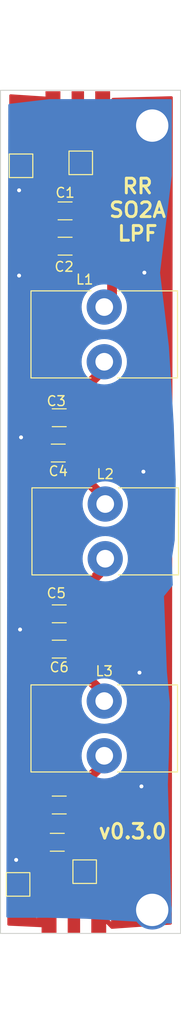
<source format=kicad_pcb>
(kicad_pcb (version 20221018) (generator pcbnew)
  (title_block (title "LPF board") (date "2023-05-08") (rev "1"))
  (layers (0 "F.Cu" signal) (31 "B.Cu" signal) (34 "B.Paste" user) (35 "F.Paste" user) (36 "B.SilkS" user "B.Silkscreen") (37 "F.SilkS" user "F.Silkscreen") (38 "B.Mask" user) (39 "F.Mask" user) (44 "Edge.Cuts" user))
  (net 0 "")
  (net 1 "GND")
  (net 2 "Net-(C3-Pad1)")
  (net 3 "Net-(C5-Pad1)")
  (net 4 "Net-(C7-Pad1)")
  (footprint "TestPoint:TestPoint_Pad_2.0x2.0mm" (layer "F.Cu") (at 56.6 74.1)
    (fp_text reference "REF**" hide)
    (fp_text value "TestPoint_Pad_2.0x2.0mm" hide)
    (fp_line (start -1.2 -1.2) (end 1.2 -1.2) (stroke (width 0.12)) (layer "F.SilkS"))
    (fp_line (start -1.2 1.2) (end -1.2 -1.2) (stroke (width 0.12)) (layer "F.SilkS"))
    (fp_line (start 1.2 -1.2) (end 1.2 1.2) (stroke (width 0.12)) (layer "F.SilkS"))
    (fp_line (start 1.2 1.2) (end -1.2 1.2) (stroke (width 0.12)) (layer "F.SilkS"))
    (pad "1" smd rect (at 0 0) (size 2 2) (layers "F.Cu" "F.Mask") (net 1 "GND"))
  )
  (footprint "Inductor_THT:L_Toroid_Vertical_L14.7mm_W8.6mm_P5.58mm_Pulse_KM-1" (layer "F.Cu") (at 65.1 88.51)
    (fp_text reference "L1" (at -2 -2.81) (layer "F.SilkS"))
    (fp_text value "INDUCTOR" hide)
    (fp_line (start -7.485 -1.65) (end -7.485 7.23) (stroke (width 0.12)) (layer "F.SilkS"))
    (fp_line (start -7.485 -1.65) (end -1.365 -1.65) (stroke (width 0.12)) (layer "F.SilkS"))
    (fp_line (start -7.485 7.23) (end -1.365 7.23) (stroke (width 0.12)) (layer "F.SilkS"))
    (fp_line (start 1.365 -1.65) (end 7.485 -1.65) (stroke (width 0.12)) (layer "F.SilkS"))
    (fp_line (start 1.365 7.23) (end 7.485 7.23) (stroke (width 0.12)) (layer "F.SilkS"))
    (fp_line (start 7.485 -1.65) (end 7.485 7.23) (stroke (width 0.12)) (layer "F.SilkS"))
    (pad "1" thru_hole circle (at 0 0) (size 3.6 3.6) (drill 1.8) (layers "*.Cu" "*.Mask") (net 2 "Net-(C3-Pad1)"))
    (pad "2" thru_hole circle (at 0 5.58) (size 3.6 3.6) (drill 1.8) (layers "*.Cu" "*.Mask") (net 2 "Net-(C3-Pad1)"))
  )
  (footprint "Capacitor_SMD:C_1206_3216Metric" (layer "F.Cu") (at 60.5 123.4 180)
    (fp_text reference "C6" (at 0 -1.85) (layer "F.SilkS"))
    (fp_text value "C" hide)
    (fp_line (start -0.711252 -0.91) (end 0.711252 -0.91) (stroke (width 0.12)) (layer "F.SilkS"))
    (fp_line (start -0.711252 0.91) (end 0.711252 0.91) (stroke (width 0.12)) (layer "F.SilkS"))
    (pad "1" smd roundrect (at -1.475 0 180) (size 1.15 1.8) (layers "F.Cu" "F.Paste" "F.Mask") (roundrect_rratio 0.2173913043) (net 3 "Net-(C5-Pad1)"))
    (pad "2" smd roundrect (at 1.475 0 180) (size 1.15 1.8) (layers "F.Cu" "F.Paste" "F.Mask") (roundrect_rratio 0.2173913043) (net 1 "GND"))
  )
  (footprint "Capacitor_SMD:C_1206_3216Metric" (layer "F.Cu") (at 61.1 82.3)
    (fp_text reference "C2" (at -0.1 2.1) (layer "F.SilkS"))
    (fp_text value "C" hide)
    (fp_line (start -0.711252 -0.91) (end 0.711252 -0.91) (stroke (width 0.12)) (layer "F.SilkS"))
    (fp_line (start -0.711252 0.91) (end 0.711252 0.91) (stroke (width 0.12)) (layer "F.SilkS"))
    (pad "1" smd roundrect (at -1.475 0) (size 1.15 1.8) (layers "F.Cu" "F.Paste" "F.Mask") (roundrect_rratio 0.2173913043) (net 1 "GND"))
    (pad "2" smd roundrect (at 1.475 0) (size 1.15 1.8) (layers "F.Cu" "F.Paste" "F.Mask") (roundrect_rratio 0.2173913043) (net 2 "Net-(C3-Pad1)"))
  )
  (footprint "Capacitor_SMD:C_1206_3216Metric" (layer "F.Cu") (at 60.5 119.8 180)
    (fp_text reference "C5" (at 0.3 2.1) (layer "F.SilkS"))
    (fp_text value "C" hide)
    (fp_line (start -0.711252 -0.91) (end 0.711252 -0.91) (stroke (width 0.12)) (layer "F.SilkS"))
    (fp_line (start -0.711252 0.91) (end 0.711252 0.91) (stroke (width 0.12)) (layer "F.SilkS"))
    (pad "1" smd roundrect (at -1.475 0 180) (size 1.15 1.8) (layers "F.Cu" "F.Paste" "F.Mask") (roundrect_rratio 0.2173913043) (net 3 "Net-(C5-Pad1)"))
    (pad "2" smd roundrect (at 1.475 0 180) (size 1.15 1.8) (layers "F.Cu" "F.Paste" "F.Mask") (roundrect_rratio 0.2173913043) (net 1 "GND"))
  )
  (footprint "LocalGlobal:SMA_EDGELAUNCH_Modded" (layer "F.Cu") (at 62.4 66.5 -90)
    (fp_text reference "SMA1" hide)
    (fp_text value "SMA")
    (pad "1" smd rect (at 2.032 0) (size 1.27 4.064) (layers "F.Cu" "F.Mask") (net 2 "Net-(C3-Pad1)"))
    (pad "2" smd rect (at 2.032 -2.54) (size 1.524 4.064) (layers "F.Cu" "F.Mask") (net 1 "GND"))
    (pad "2" smd rect (at 2.032 2.54) (size 1.524 4.064) (layers "F.Cu" "F.Mask") (net 1 "GND"))
  )
  (footprint "Inductor_THT:L_Toroid_Vertical_L14.7mm_W8.6mm_P5.58mm_Pulse_KM-1" (layer "F.Cu") (at 65.2 108.6)
    (fp_text reference "L2" (at 0 -3.05) (layer "F.SilkS"))
    (fp_text value "INDUCTOR" hide)
    (fp_line (start -7.485 -1.65) (end -7.485 7.23) (stroke (width 0.12)) (layer "F.SilkS"))
    (fp_line (start -7.485 -1.65) (end -1.365 -1.65) (stroke (width 0.12)) (layer "F.SilkS"))
    (fp_line (start -7.485 7.23) (end -1.365 7.23) (stroke (width 0.12)) (layer "F.SilkS"))
    (fp_line (start 1.365 -1.65) (end 7.485 -1.65) (stroke (width 0.12)) (layer "F.SilkS"))
    (fp_line (start 1.365 7.23) (end 7.485 7.23) (stroke (width 0.12)) (layer "F.SilkS"))
    (fp_line (start 7.485 -1.65) (end 7.485 7.23) (stroke (width 0.12)) (layer "F.SilkS"))
    (pad "1" thru_hole circle (at 0 0) (size 3.6 3.6) (drill 1.8) (layers "*.Cu" "*.Mask") (net 2 "Net-(C3-Pad1)"))
    (pad "2" thru_hole circle (at 0 5.58) (size 3.6 3.6) (drill 1.8) (layers "*.Cu" "*.Mask") (net 3 "Net-(C5-Pad1)"))
  )
  (footprint "Capacitor_SMD:C_1206_3216Metric" (layer "F.Cu") (at 60.3 143.1 180)
    (fp_text reference "C8" hide)
    (fp_text value "C" hide)
    (fp_line (start -0.711252 -0.91) (end 0.711252 -0.91) (stroke (width 0.12)) (layer "F.SilkS"))
    (fp_line (start -0.711252 0.91) (end 0.711252 0.91) (stroke (width 0.12)) (layer "F.SilkS"))
    (pad "1" smd roundrect (at -1.475 0 180) (size 1.15 1.8) (layers "F.Cu" "F.Paste" "F.Mask") (roundrect_rratio 0.2173913043) (net 4 "Net-(C7-Pad1)"))
    (pad "2" smd roundrect (at 1.475 0 180) (size 1.15 1.8) (layers "F.Cu" "F.Paste" "F.Mask") (roundrect_rratio 0.2173913043) (net 1 "GND"))
  )
  (footprint "LocalGlobal:SMA_EDGELAUNCH_Modded" (layer "F.Cu") (at 62 152.332 90)
    (fp_text reference "SMA1" hide)
    (fp_text value "SMA")
    (pad "1" smd rect (at 2.032 0 180) (size 1.27 4.064) (layers "F.Cu" "F.Mask") (net 4 "Net-(C7-Pad1)"))
    (pad "2" smd rect (at 2.032 -2.54 180) (size 1.524 4.064) (layers "F.Cu" "F.Mask") (net 1 "GND"))
    (pad "2" smd rect (at 2.032 2.54 180) (size 1.524 4.064) (layers "F.Cu" "F.Mask") (net 1 "GND"))
  )
  (footprint "Capacitor_SMD:C_1206_3216Metric" (layer "F.Cu") (at 60.5 99.8 180)
    (fp_text reference "C3" (at 0.3 1.7) (layer "F.SilkS"))
    (fp_text value "C" hide)
    (fp_line (start -0.711252 -0.91) (end 0.711252 -0.91) (stroke (width 0.12)) (layer "F.SilkS"))
    (fp_line (start -0.711252 0.91) (end 0.711252 0.91) (stroke (width 0.12)) (layer "F.SilkS"))
    (pad "1" smd roundrect (at -1.475 0 180) (size 1.15 1.8) (layers "F.Cu" "F.Paste" "F.Mask") (roundrect_rratio 0.2173913043) (net 2 "Net-(C3-Pad1)"))
    (pad "2" smd roundrect (at 1.475 0 180) (size 1.15 1.8) (layers "F.Cu" "F.Paste" "F.Mask") (roundrect_rratio 0.2173913043) (net 1 "GND"))
  )
  (footprint "Capacitor_SMD:C_1206_3216Metric" (layer "F.Cu") (at 60.5 139.3 180)
    (fp_text reference "C7" hide)
    (fp_text value "C" hide)
    (fp_line (start -0.711252 -0.91) (end 0.711252 -0.91) (stroke (width 0.12)) (layer "F.SilkS"))
    (fp_line (start -0.711252 0.91) (end 0.711252 0.91) (stroke (width 0.12)) (layer "F.SilkS"))
    (pad "1" smd roundrect (at -1.475 0 180) (size 1.15 1.8) (layers "F.Cu" "F.Paste" "F.Mask") (roundrect_rratio 0.2173913043) (net 4 "Net-(C7-Pad1)"))
    (pad "2" smd roundrect (at 1.475 0 180) (size 1.15 1.8) (layers "F.Cu" "F.Paste" "F.Mask") (roundrect_rratio 0.2173913043) (net 1 "GND"))
  )
  (footprint "Capacitor_SMD:C_1206_3216Metric" (layer "F.Cu") (at 60.4 103.4 180)
    (fp_text reference "C4" (at 0 -1.85) (layer "F.SilkS"))
    (fp_text value "C" hide)
    (fp_line (start -0.711252 -0.91) (end 0.711252 -0.91) (stroke (width 0.12)) (layer "F.SilkS"))
    (fp_line (start -0.711252 0.91) (end 0.711252 0.91) (stroke (width 0.12)) (layer "F.SilkS"))
    (pad "1" smd roundrect (at -1.475 0 180) (size 1.15 1.8) (layers "F.Cu" "F.Paste" "F.Mask") (roundrect_rratio 0.2173913043) (net 2 "Net-(C3-Pad1)"))
    (pad "2" smd roundrect (at 1.475 0 180) (size 1.15 1.8) (layers "F.Cu" "F.Paste" "F.Mask") (roundrect_rratio 0.2173913043) (net 1 "GND"))
  )
  (footprint "TestPoint:TestPoint_Pad_2.0x2.0mm" (layer "F.Cu") (at 63.1 146.1)
    (fp_text reference "REF**" hide)
    (fp_text value "TestPoint_Pad_2.0x2.0mm" hide)
    (fp_line (start -1.2 -1.2) (end 1.2 -1.2) (stroke (width 0.12)) (layer "F.SilkS"))
    (fp_line (start -1.2 1.2) (end -1.2 -1.2) (stroke (width 0.12)) (layer "F.SilkS"))
    (fp_line (start 1.2 -1.2) (end 1.2 1.2) (stroke (width 0.12)) (layer "F.SilkS"))
    (fp_line (start 1.2 1.2) (end -1.2 1.2) (stroke (width 0.12)) (layer "F.SilkS"))
    (pad "1" smd rect (at 0 0) (size 2 2) (layers "F.Cu" "F.Mask") (net 4 "Net-(C7-Pad1)"))
  )
  (footprint "Capacitor_SMD:C_1206_3216Metric" (layer "F.Cu") (at 61.1 78.7)
    (fp_text reference "C1" (at 0 -1.85) (layer "F.SilkS"))
    (fp_text value "C" hide)
    (fp_line (start -0.711252 -0.91) (end 0.711252 -0.91) (stroke (width 0.12)) (layer "F.SilkS"))
    (fp_line (start -0.711252 0.91) (end 0.711252 0.91) (stroke (width 0.12)) (layer "F.SilkS"))
    (pad "1" smd roundrect (at -1.475 0) (size 1.15 1.8) (layers "F.Cu" "F.Paste" "F.Mask") (roundrect_rratio 0.2173913043) (net 1 "GND"))
    (pad "2" smd roundrect (at 1.475 0) (size 1.15 1.8) (layers "F.Cu" "F.Paste" "F.Mask") (roundrect_rratio 0.2173913043) (net 2 "Net-(C3-Pad1)"))
  )
  (footprint "TestPoint:TestPoint_Pad_2.0x2.0mm" (layer "F.Cu") (at 56.3 147.4)
    (fp_text reference "REF**" hide)
    (fp_text value "TestPoint_Pad_2.0x2.0mm" hide)
    (fp_line (start -1.2 -1.2) (end 1.2 -1.2) (stroke (width 0.12)) (layer "F.SilkS"))
    (fp_line (start -1.2 1.2) (end -1.2 -1.2) (stroke (width 0.12)) (layer "F.SilkS"))
    (fp_line (start 1.2 -1.2) (end 1.2 1.2) (stroke (width 0.12)) (layer "F.SilkS"))
    (fp_line (start 1.2 1.2) (end -1.2 1.2) (stroke (width 0.12)) (layer "F.SilkS"))
    (pad "1" smd rect (at 0 0) (size 2 2) (layers "F.Cu" "F.Mask") (net 1 "GND"))
  )
  (footprint "TestPoint:TestPoint_Pad_2.0x2.0mm" (layer "F.Cu") (at 62.7 73.8)
    (fp_text reference "REF**" hide)
    (fp_text value "TestPoint_Pad_2.0x2.0mm" hide)
    (fp_line (start -1.2 -1.2) (end 1.2 -1.2) (stroke (width 0.12)) (layer "F.SilkS"))
    (fp_line (start -1.2 1.2) (end -1.2 -1.2) (stroke (width 0.12)) (layer "F.SilkS"))
    (fp_line (start 1.2 -1.2) (end 1.2 1.2) (stroke (width 0.12)) (layer "F.SilkS"))
    (fp_line (start 1.2 1.2) (end -1.2 1.2) (stroke (width 0.12)) (layer "F.SilkS"))
    (pad "1" smd rect (at 0 0) (size 2 2) (layers "F.Cu" "F.Mask") (net 2 "Net-(C3-Pad1)"))
  )
  (footprint "Inductor_THT:L_Toroid_Vertical_L14.7mm_W8.6mm_P5.58mm_Pulse_KM-1" (layer "F.Cu") (at 65.1 128.7)
    (fp_text reference "L3" (at 0 -3.05) (layer "F.SilkS"))
    (fp_text value "INDUCTOR" hide)
    (fp_line (start -7.485 -1.65) (end -7.485 7.23) (stroke (width 0.12)) (layer "F.SilkS"))
    (fp_line (start -7.485 -1.65) (end -1.365 -1.65) (stroke (width 0.12)) (layer "F.SilkS"))
    (fp_line (start -7.485 7.23) (end -1.365 7.23) (stroke (width 0.12)) (layer "F.SilkS"))
    (fp_line (start 1.365 -1.65) (end 7.485 -1.65) (stroke (width 0.12)) (layer "F.SilkS"))
    (fp_line (start 1.365 7.23) (end 7.485 7.23) (stroke (width 0.12)) (layer "F.SilkS"))
    (fp_line (start 7.485 -1.65) (end 7.485 7.23) (stroke (width 0.12)) (layer "F.SilkS"))
    (pad "1" thru_hole circle (at 0 0) (size 3.6 3.6) (drill 1.8) (layers "*.Cu" "*.Mask") (net 3 "Net-(C5-Pad1)"))
    (pad "2" thru_hole circle (at 0 5.58) (size 3.6 3.6) (drill 1.8) (layers "*.Cu" "*.Mask") (net 4 "Net-(C7-Pad1)"))
  )
  (gr_rect (start 54.5 66.4) (end 72.9 152.4) (stroke (width 0.1)) (fill none) (layer "Edge.Cuts"))
  (gr_text "v0.3.0" (at 68 142) (layer "F.SilkS") (effects (font (size 1.5 1.5) (thickness 0.3))))
  (gr_text "RR\nSO2A\nLPF" (at 68.5 78.6) (layer "F.SilkS") (effects (font (size 1.5 1.5) (thickness 0.3))))
  (via (at 69.1 105.3) (size 0.8) (drill 0.4) (layers "F.Cu" "B.Cu") (net 1))
  (via (at 56.1 144.9) (size 0.8) (drill 0.4) (layers "F.Cu" "B.Cu") (net 1))
  (via (at 56.4 76.6) (size 0.8) (drill 0.4) (layers "F.Cu" "B.Cu") (net 1))
  (via (at 70 70) (size 4) (drill 3.3) (layers "F.Cu" "B.Cu") (net 1))
  (via (at 56.4 85.3) (size 0.8) (drill 0.4) (layers "F.Cu" "B.Cu") (net 1))
  (via (at 68.9 137.4) (size 0.8) (drill 0.4) (layers "F.Cu" "B.Cu") (net 1))
  (via (at 68.7 125.8) (size 0.8) (drill 0.4) (layers "F.Cu" "B.Cu") (net 1))
  (via (at 70 150) (size 4) (drill 3.3) (layers "F.Cu" "B.Cu") (net 1))
  (via (at 56.5 121.4) (size 0.8) (drill 0.4) (layers "F.Cu" "B.Cu") (net 1))
  (via (at 56.6 101.8) (size 0.8) (drill 0.4) (layers "F.Cu" "B.Cu") (net 1))
  (via (at 69.2 85) (size 0.8) (drill 0.4) (layers "F.Cu" "B.Cu") (net 1))
  (segment (start 61.975 99.8) (end 61.975 97.915) (width 1) (layer "F.Cu") (net 2))
  (segment (start 62.575 78.7) (end 62.575 81.663604) (width 1) (layer "F.Cu") (net 2))
  (segment (start 61.875 104.775) (end 65.9 108.8) (width 1) (layer "F.Cu") (net 2))
  (segment (start 61.975 103.3) (end 61.875 103.4) (width 0.25) (layer "F.Cu") (net 2))
  (segment (start 65.9 88.41) (end 65.9 85.625) (width 1) (layer "F.Cu") (net 2))
  (segment (start 65.9 85.625) (end 62.893198 82.618198) (width 1) (layer "F.Cu") (net 2))
  (segment (start 62.575 78.7) (end 62.575 72.275) (width 1) (layer "F.Cu") (net 2))
  (segment (start 61.975 97.915) (end 65.9 93.99) (width 1) (layer "F.Cu") (net 2))
  (segment (start 62.575 81.663604) (end 62.256802 81.981802) (width 0.25) (layer "F.Cu") (net 2))
  (segment (start 62.6 70.3) (end 62.6 72.25) (width 1) (layer "F.Cu") (net 2))
  (segment (start 62.6 72.25) (end 62.575 72.275) (width 0.25) (layer "F.Cu") (net 2))
  (segment (start 61.975 99.8) (end 61.975 103.3) (width 1) (layer "F.Cu") (net 2))
  (segment (start 61.875 103.4) (end 61.875 104.775) (width 1) (layer "F.Cu") (net 2))
  (segment (start 62.875 82) (end 62.575 82.3) (width 0.25) (layer "F.Cu") (net 2))
  (segment (start 62.6 70.2) (end 62.6 70.3) (width 1) (layer "F.Cu") (net 2))
  (segment (start 61.975 118.305) (end 61.975 119.8) (width 1) (layer "F.Cu") (net 3))
  (segment (start 65.9 114.38) (end 61.975 118.305) (width 1) (layer "F.Cu") (net 3))
  (segment (start 61.975 119.8) (end 61.975 123.4) (width 1) (layer "F.Cu") (net 3))
  (segment (start 61.975 124.895) (end 65.8 128.72) (width 1) (layer "F.Cu") (net 3))
  (segment (start 61.975 123.4) (end 61.975 124.895) (width 1) (layer "F.Cu") (net 3))
  (segment (start 61.975 138.125) (end 61.975 139.3) (width 1) (layer "F.Cu") (net 4))
  (segment (start 61.975 139.3) (end 61.975 142.9) (width 1) (layer "F.Cu") (net 4))
  (segment (start 65.8 134.3) (end 61.975 138.125) (width 1) (layer "F.Cu") (net 4))
  (segment (start 61.975 142.9) (end 61.775 143.1) (width 0.25) (layer "F.Cu") (net 4))
  (segment (start 61.775 143.1) (end 61.775 150.525) (width 1) (layer "F.Cu") (net 4))
  (zone (net 1) (net_name "GND") (layer "F.Cu") (connect_pads (clearance 0.508)) (min_thickness 0.254) (fill yes (thermal_gap 0.508) (thermal_bridge_width 1))
    (polygon (pts (xy 59.4 151.8) (xy 55.2 151.6) (xy 55.4 66.8) (xy 60 67.1)))
  )
  (zone (net 1) (net_name "GND") (layer "F.Cu") (priority 1) (connect_pads (clearance 0.508)) (min_thickness 0.25) (fill yes (thermal_gap 0.5) (thermal_bridge_width 0.5))
    (polygon (pts (xy 72 151.8) (xy 72.1 67) (xy 64.8 67.2) (xy 65.5 80.7) (xy 68.1 84.8) (xy 68.1 137.2) (xy 65.8 140.2) (xy 64.9 152) (xy 71.9 151.5)))
  )
  (zone (net 1) (net_name "GND") (layer "B.Cu") (connect_pads (clearance 0.508)) (min_thickness 0.254) (fill yes (thermal_gap 0.508) (thermal_bridge_width 0.508))
    (polygon (pts (xy 59.5 67.3) (xy 72 67.3) (xy 72 75.1) (xy 70.8 85) (xy 71.7 92.5) (xy 72.2 100.5) (xy 72.4 106.1) (xy 72.3 112.3) (xy 72 114.2) (xy 72.1 116.9) (xy 71.2 118) (xy 71.5 125.7) (xy 71.8 128.9) (xy 71.7 134.3) (xy 71.6 137.2) (xy 72 151.4) (xy 63.2 150.9) (xy 59.3 150.8) (xy 55.1 150.8) (xy 55.3 67.8)))
  )
)
</source>
